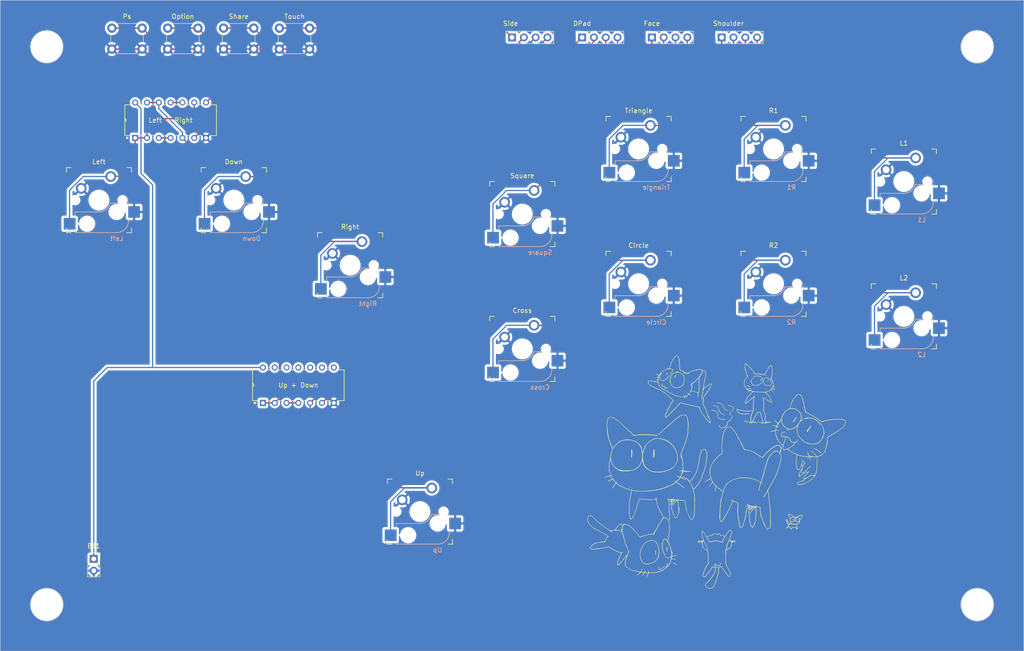
<source format=kicad_pcb>
(kicad_pcb (version 20221018) (generator pcbnew)
  (layers (0 "F.Cu" signal) (31 "B.Cu" signal) (34 "B.Paste" user) (35 "F.Paste" user) (36 "B.SilkS" user "B.Silkscreen") (37 "F.SilkS" user "F.Silkscreen") (38 "B.Mask" user) (39 "F.Mask" user) (44 "Edge.Cuts" user))
  (net 0 "")
  (net 1 "GND")
  (net 2 "/5V")
  (net 3 "/Up")
  (net 4 "/Down")
  (net 5 "/Left")
  (net 6 "/Right")
  (net 7 "Net-(UpPrio1-1A)")
  (net 8 "Net-(Neutral1-1A)")
  (net 9 "Net-(Neutral1-2B)")
  (net 10 "Net-(Neutral1-1Y)")
  (net 11 "Net-(Neutral1-3B)")
  (net 12 "Net-(UpPrio1-1Y)")
  (net 19 "/O")
  (net 20 "/X")
  (net 21 "/△")
  (net 22 "/□")
  (net 23 "/L1")
  (net 24 "/L2")
  (net 25 "/Option")
  (net 26 "/R1")
  (net 27 "/R2")
  (net 28 "/Share")
  (net 29 "/Touch")
  (net 30 "/PS")
  (footprint "Connector_PinSocket_2.54mm:PinSocket_1x02_P2.54mm_Vertical" (layer "F.Cu") (at 40.1 140.16)
    (fp_text reference "BT1" (at 0 -2.77) (layer "F.SilkS"))
    (fp_text value "Battery")
    (pad "1" thru_hole rect (at 0 0) (size 1.7 1.7) (drill 1) (layers "*.Cu" "*.Mask") (net 2 "/5V"))
    (pad "2" thru_hole oval (at 0 2.54) (size 1.7 1.7) (drill 1) (layers "*.Cu" "*.Mask") (net 1 "GND"))
  )
  (footprint "IC:N14" (layer "F.Cu") (at 64.24 42 90)
    (fp_text reference "Left + Right" (at -3.81 -7.62 unlocked) (layer "F.SilkS"))
    (fp_text value "SN7400N")
    (fp_text user "*" (at -7.62 -16.6497 90 unlocked) (layer "F.SilkS"))
    (fp_text user "*" (at -7.62 -16.6497 90) (layer "F.SilkS"))
    (pad "1" thru_hole rect (at -7.62 -15.24 90) (size 1.2954 1.2954) (drill 0.7874) (layers "*.Cu" "*.Mask") (net 8 "Net-(Neutral1-1A)"))
    (pad "2" thru_hole circle (at -7.62 -12.7 90) (size 1.2954 1.2954) (drill 0.7874) (layers "*.Cu" "*.Mask") (net 8 "Net-(Neutral1-1A)"))
    (pad "3" thru_hole circle (at -7.62 -10.16 90) (size 1.2954 1.2954) (drill 0.7874) (layers "*.Cu" "*.Mask") (net 10 "Net-(Neutral1-1Y)"))
    (pad "4" thru_hole circle (at -7.62 -7.62 90) (size 1.2954 1.2954) (drill 0.7874) (layers "*.Cu" "*.Mask") (net 10 "Net-(Neutral1-1Y)"))
    (pad "5" thru_hole circle (at -7.62 -5.08 90) (size 1.2954 1.2954) (drill 0.7874) (layers "*.Cu" "*.Mask") (net 9 "Net-(Neutral1-2B)"))
    (pad "6" thru_hole circle (at -7.62 -2.54 90) (size 1.2954 1.2954) (drill 0.7874) (layers "*.Cu" "*.Mask") (net 5 "/Left"))
    (pad "7" thru_hole circle (at -7.62 0 90) (size 1.2954 1.2954) (drill 0.7874) (layers "*.Cu" "*.Mask") (net 1 "GND"))
    (pad "8" thru_hole circle (at 0 0 90) (size 1.2954 1.2954) (drill 0.7874) (layers "*.Cu" "*.Mask") (net 6 "/Right"))
    (pad "9" thru_hole circle (at 0 -2.54 90) (size 1.2954 1.2954) (drill 0.7874) (layers "*.Cu" "*.Mask") (net 8 "Net-(Neutral1-1A)"))
    (pad "10" thru_hole circle (at 0 -5.08 90) (size 1.2954 1.2954) (drill 0.7874) (layers "*.Cu" "*.Mask") (net 11 "Net-(Neutral1-3B)"))
    (pad "11" thru_hole circle (at 0 -7.62 90) (size 1.2954 1.2954) (drill 0.7874) (layers "*.Cu" "*.Mask") (net 11 "Net-(Neutral1-3B)"))
    (pad "12" thru_hole circle (at 0 -10.16 90) (size 1.2954 1.2954) (drill 0.7874) (layers "*.Cu" "*.Mask") (net 9 "Net-(Neutral1-2B)"))
    (pad "13" thru_hole circle (at 0 -12.7 90) (size 1.2954 1.2954) (drill 0.7874) (layers "*.Cu" "*.Mask") (net 9 "Net-(Neutral1-2B)"))
    (pad "14" thru_hole circle (at 0 -15.24 90) (size 1.2954 1.2954) (drill 0.7874) (layers "*.Cu" "*.Mask") (net 2 "/5V"))
  )
  (footprint "Connector_PinSocket_2.54mm:PinSocket_1x04_P2.54mm_Vertical" (layer "F.Cu") (at 175.06 28 90)
    (fp_text reference "Shoulder" (at 3 1.44) (layer "F.SilkS"))
    (fp_text value "Conn_01x04_Pin")
    (pad "1" thru_hole rect (at 0 0 90) (size 1.7 1.7) (drill 1) (layers "*.Cu" "*.Mask") (net 27 "/R2"))
    (pad "2" thru_hole oval (at 0 2.54 90) (size 1.7 1.7) (drill 1) (layers "*.Cu" "*.Mask") (net 26 "/R1"))
    (pad "3" thru_hole oval (at 0 5.08 90) (size 1.7 1.7) (drill 1) (layers "*.Cu" "*.Mask") (net 24 "/L2"))
    (pad "4" thru_hole oval (at 0 7.62 90) (size 1.7 1.7) (drill 1) (layers "*.Cu" "*.Mask") (net 23 "/L1"))
  )
  (footprint "Library footprints:Kailh_socket_MX_optional" (layer "F.Cu") (at 95.21 77)
    (fp_text reference "Right" (at 0 -8.255) (layer "F.SilkS"))
    (fp_text value "SW_DIP_x01")
    (fp_text user "${REFERENCE}" (at 3.81 8.255) (layer "B.SilkS") (effects (justify mirror)))
    (pad "" np_thru_hole circle (at -5.08 0) (size 1.7018 1.7018) (drill 1.7018) (layers "*.Cu" "*.Mask"))
    (pad "" np_thru_hole circle (at -2.54 5.08) (size 3 3) (drill 3) (layers "*.Cu" "*.Mask"))
    (pad "" np_thru_hole circle (at 0 0) (size 3.9878 3.9878) (drill 3.9878) (layers "*.Cu" "*.Mask"))
    (pad "" np_thru_hole circle (at 3.81 2.54) (size 3 3) (drill 3) (layers "*.Cu" "*.Mask"))
    (pad "" np_thru_hole circle (at 5.08 0) (size 1.7018 1.7018) (drill 1.7018) (layers "*.Cu" "*.Mask"))
    (pad "1" smd rect (at -6.29 5.08) (size 2.55 2.5) (layers "B.Cu" "B.Paste" "B.Mask") (net 9 "Net-(Neutral1-2B)"))
    (pad "1" thru_hole circle (at 2.54 -5.08) (size 2.286 2.286) (drill 1.4986) (layers "*.Cu" "*.Mask") (net 9 "Net-(Neutral1-2B)"))
    (pad "2" thru_hole circle (at -3.81 -2.54) (size 2.286 2.286) (drill 1.4986) (layers "*.Cu" "*.Mask") (net 1 "GND"))
    (pad "2" smd rect (at 7.56 2.54) (size 2.55 2.5) (layers "B.Cu" "B.Paste" "B.Mask") (net 1 "GND"))
  )
  (footprint "Library footprints:Kailh_socket_MX_optional" (layer "F.Cu") (at 214.21 59)
    (fp_text reference "L1" (at 0 -8.255) (layer "F.SilkS"))
    (fp_text value "SW_DIP_x01")
    (fp_text user "${REFERENCE}" (at 3.81 8.255) (layer "B.SilkS") (effects (justify mirror)))
    (pad "" np_thru_hole circle (at -5.08 0) (size 1.7018 1.7018) (drill 1.7018) (layers "*.Cu" "*.Mask"))
    (pad "" np_thru_hole circle (at -2.54 5.08) (size 3 3) (drill 3) (layers "*.Cu" "*.Mask"))
    (pad "" np_thru_hole circle (at 0 0) (size 3.9878 3.9878) (drill 3.9878) (layers "*.Cu" "*.Mask"))
    (pad "" np_thru_hole circle (at 3.81 2.54) (size 3 3) (drill 3) (layers "*.Cu" "*.Mask"))
    (pad "" np_thru_hole circle (at 5.08 0) (size 1.7018 1.7018) (drill 1.7018) (layers "*.Cu" "*.Mask"))
    (pad "1" smd rect (at -6.29 5.08) (size 2.55 2.5) (layers "B.Cu" "B.Paste" "B.Mask") (net 23 "/L1"))
    (pad "1" thru_hole circle (at 2.54 -5.08) (size 2.286 2.286) (drill 1.4986) (layers "*.Cu" "*.Mask") (net 23 "/L1"))
    (pad "2" thru_hole circle (at -3.81 -2.54) (size 2.286 2.286) (drill 1.4986) (layers "*.Cu" "*.Mask") (net 1 "GND"))
    (pad "2" smd rect (at 7.56 2.54) (size 2.55 2.5) (layers "B.Cu" "B.Paste" "B.Mask") (net 1 "GND"))
  )
  (footprint "Connector_PinSocket_2.54mm:PinSocket_1x04_P2.54mm_Vertical" (layer "F.Cu") (at 145.06 28 90)
    (fp_text reference "DPad1" hide)
    (fp_text value "Conn_01x04_Pin")
    (pad "1" thru_hole rect (at 0 0 90) (size 1.7 1.7) (drill 1) (layers "*.Cu" "*.Mask") (net 6 "/Right"))
    (pad "2" thru_hole oval (at 0 2.54 90) (size 1.7 1.7) (drill 1) (layers "*.Cu" "*.Mask") (net 5 "/Left"))
    (pad "3" thru_hole oval (at 0 5.08 90) (size 1.7 1.7) (drill 1) (layers "*.Cu" "*.Mask") (net 3 "/Up"))
    (pad "4" thru_hole oval (at 0 7.62 90) (size 1.7 1.7) (drill 1) (layers "*.Cu" "*.Mask") (net 4 "/Down"))
  )
  (footprint "Library footprints:Kailh_socket_MX_optional" (layer "F.Cu") (at 132.21 95)
    (fp_text reference "Cross" (at 0 -8.255) (layer "F.SilkS"))
    (fp_text value "SW_DIP_x01")
    (fp_text user "${REFERENCE}" (at 3.81 8.255) (layer "B.SilkS") (effects (justify mirror)))
    (pad "" np_thru_hole circle (at -5.08 0) (size 1.7018 1.7018) (drill 1.7018) (layers "*.Cu" "*.Mask"))
    (pad "" np_thru_hole circle (at -2.54 5.08) (size 3 3) (drill 3) (layers "*.Cu" "*.Mask"))
    (pad "" np_thru_hole circle (at 0 0) (size 3.9878 3.9878) (drill 3.9878) (layers "*.Cu" "*.Mask"))
    (pad "" np_thru_hole circle (at 3.81 2.54) (size 3 3) (drill 3) (layers "*.Cu" "*.Mask"))
    (pad "" np_thru_hole circle (at 5.08 0) (size 1.7018 1.7018) (drill 1.7018) (layers "*.Cu" "*.Mask"))
    (pad "1" smd rect (at -6.29 5.08) (size 2.55 2.5) (layers "B.Cu" "B.Paste" "B.Mask") (net 20 "/X"))
    (pad "1" thru_hole circle (at 2.54 -5.08) (size 2.286 2.286) (drill 1.4986) (layers "*.Cu" "*.Mask") (net 20 "/X"))
    (pad "2" thru_hole circle (at -3.81 -2.54) (size 2.286 2.286) (drill 1.4986) (layers "*.Cu" "*.Mask") (net 1 "GND"))
    (pad "2" smd rect (at 7.56 2.54) (size 2.55 2.5) (layers "B.Cu" "B.Paste" "B.Mask") (net 1 "GND"))
  )
  (footprint "IC:N14" (layer "F.Cu") (at 91.7 99 90)
    (fp_text reference "Up + Down" (at -3.81 -7.62 unlocked) (layer "F.SilkS"))
    (fp_text value "SN7400N")
    (fp_text user "*" (at -7.62 -16.6497 90) (layer "F.SilkS"))
    (fp_text user "*" (at -7.62 -16.6497 90 unlocked) (layer "F.SilkS"))
    (pad "1" thru_hole rect (at -7.62 -15.24 90) (size 1.2954 1.2954) (drill 0.7874) (layers "*.Cu" "*.Mask") (net 7 "Net-(UpPrio1-1A)"))
    (pad "2" thru_hole circle (at -7.62 -12.7 90) (size 1.2954 1.2954) (drill 0.7874) (layers "*.Cu" "*.Mask") (net 7 "Net-(UpPrio1-1A)"))
    (pad "3" thru_hole circle (at -7.62 -10.16 90) (size 1.2954 1.2954) (drill 0.7874) (layers "*.Cu" "*.Mask") (net 12 "Net-(UpPrio1-1Y)"))
    (pad "4" thru_hole circle (at -7.62 -7.62 90) (size 1.2954 1.2954) (drill 0.7874) (layers "*.Cu" "*.Mask") (net 12 "Net-(UpPrio1-1Y)"))
    (pad "5" thru_hole circle (at -7.62 -5.08 90) (size 1.2954 1.2954) (drill 0.7874) (layers "*.Cu" "*.Mask") (net 3 "/Up"))
    (pad "6" thru_hole circle (at -7.62 -2.54 90) (size 1.2954 1.2954) (drill 0.7874) (layers "*.Cu" "*.Mask") (net 4 "/Down"))
    (pad "7" thru_hole circle (at -7.62 0 90) (size 1.2954 1.2954) (drill 0.7874) (layers "*.Cu" "*.Mask") (net 1 "GND"))
    (pad "8" thru_hole circle (at 0 0 90) (size 1.2954 1.2954) (drill 0.7874) (layers "*.Cu" "*.Mask"))
    (pad "9" thru_hole circle (at 0 -2.54 90) (size 1.2954 1.2954) (drill 0.7874) (layers "*.Cu" "*.Mask"))
    (pad "10" thru_hole circle (at 0 -5.08 90) (size 1.2954 1.2954) (drill 0.7874) (layers "*.Cu" "*.Mask"))
    (pad "11" thru_hole circle (at 0 -7.62 90) (size 1.2954 1.2954) (drill 0.7874) (layers "*.Cu" "*.Mask"))
    (pad "12" thru_hole circle (at 0 -10.16 90) (size 1.2954 1.2954) (drill 0.7874) (layers "*.Cu" "*.Mask"))
    (pad "13" thru_hole circle (at 0 -12.7 90) (size 1.2954 1.2954) (drill 0.7874) (layers "*.Cu" "*.Mask"))
    (pad "14" thru_hole circle (at 0 -15.24 90) (size 1.2954 1.2954) (drill 0.7874) (layers "*.Cu" "*.Mask") (net 2 "/5V"))
  )
  (footprint "Button_Switch_THT:SW_PUSH_6mm" (layer "F.Cu") (at 68 26)
    (fp_text reference "Share" (at 3.25 -2.5) (layer "F.SilkS"))
    (fp_text value "SW_DIP_x01")
    (pad "1" thru_hole circle (at 0 0 90) (size 2 2) (drill 1.1) (layers "*.Cu" "*.Mask") (net 28 "/Share"))
    (pad "1" thru_hole circle (at 6.5 0 90) (size 2 2) (drill 1.1) (layers "*.Cu" "*.Mask") (net 28 "/Share"))
    (pad "2" thru_hole circle (at 0 4.5 90) (size 2 2) (drill 1.1) (layers "*.Cu" "*.Mask") (net 1 "GND"))
    (pad "2" thru_hole circle (at 6.5 4.5 90) (size 2 2) (drill 1.1) (layers "*.Cu" "*.Mask") (net 1 "GND"))
  )
  (footprint "Library footprints:Kailh_socket_MX_optional" (layer "F.Cu") (at 214.21 88)
    (fp_text reference "L2" (at 0 -8.255) (layer "F.SilkS"))
    (fp_text value "SW_DIP_x01")
    (fp_text user "${REFERENCE}" (at 3.81 8.255) (layer "B.SilkS") (effects (justify mirror)))
    (pad "" np_thru_hole circle (at -5.08 0) (size 1.7018 1.7018) (drill 1.7018) (layers "*.Cu" "*.Mask"))
    (pad "" np_thru_hole circle (at -2.54 5.08) (size 3 3) (drill 3) (layers "*.Cu" "*.Mask"))
    (pad "" np_thru_hole circle (at 0 0) (size 3.9878 3.9878) (drill 3.9878) (layers "*.Cu" "*.Mask"))
    (pad "" np_thru_hole circle (at 3.81 2.54) (size 3 3) (drill 3) (layers "*.Cu" "*.Mask"))
    (pad "" np_thru_hole circle (at 5.08 0) (size 1.7018 1.7018) (drill 1.7018) (layers "*.Cu" "*.Mask"))
    (pad "1" smd rect (at -6.29 5.08) (size 2.55 2.5) (layers "B.Cu" "B.Paste" "B.Mask") (net 24 "/L2"))
    (pad "1" thru_hole circle (at 2.54 -5.08) (size 2.286 2.286) (drill 1.4986) (layers "*.Cu" "*.Mask") (net 24 "/L2"))
    (pad "2" thru_hole circle (at -3.81 -2.54) (size 2.286 2.286) (drill 1.4986) (layers "*.Cu" "*.Mask") (net 1 "GND"))
    (pad "2" smd rect (at 7.56 2.54) (size 2.55 2.5) (layers "B.Cu" "B.Paste" "B.Mask") (net 1 "GND"))
  )
  (footprint "Library footprints:Kailh_socket_MX_optional" (layer "F.Cu") (at 41.21 63)
    (fp_text reference "Left" (at 0 -8.255) (layer "F.SilkS"))
    (fp_text value "SW_DIP_x01")
    (fp_text user "${REFERENCE}" (at 3.81 8.255) (layer "B.SilkS") (effects (justify mirror)))
    (pad "" np_thru_hole circle (at -5.08 0) (size 1.7018 1.7018) (drill 1.7018) (layers "*.Cu" "*.Mask"))
    (pad "" np_thru_hole circle (at -2.54 5.08) (size 3 3) (drill 3) (layers "*.Cu" "*.Mask"))
    (pad "" np_thru_hole circle (at 0 0) (size 3.9878 3.9878) (drill 3.9878) (layers "*.Cu" "*.Mask"))
    (pad "" np_thru_hole circle (at 3.81 2.54) (size 3 3) (drill 3) (layers "*.Cu" "*.Mask"))
    (pad "" np_thru_hole circle (at 5.08 0) (size 1.7018 1.7018) (drill 1.7018) (layers "*.Cu" "*.Mask"))
    (pad "1" smd rect (at -6.29 5.08) (size 2.55 2.5) (layers "B.Cu" "B.Paste" "B.Mask") (net 8 "Net-(Neutral1-1A)"))
    (pad "1" thru_hole circle (at 2.54 -5.08) (size 2.286 2.286) (drill 1.4986) (layers "*.Cu" "*.Mask") (net 8 "Net-(Neutral1-1A)"))
    (pad "2" thru_hole circle (at -3.81 -2.54) (size 2.286 2.286) (drill 1.4986) (layers "*.Cu" "*.Mask") (net 1 "GND"))
    (pad "2" smd rect (at 7.56 2.54) (size 2.55 2.5) (layers "B.Cu" "B.Paste" "B.Mask") (net 1 "GND"))
  )
  (footprint "Library footprints:Kailh_socket_MX_optional" (layer "F.Cu") (at 186.21 81)
    (fp_text reference "R2" (at 0 -8.255) (layer "F.SilkS"))
    (fp_text value "SW_DIP_x01")
    (fp_text user "${REFERENCE}" (at 3.81 8.255) (layer "B.SilkS") (effects (justify mirror)))
    (pad "" np_thru_hole circle (at -5.08 0) (size 1.7018 1.7018) (drill 1.7018) (layers "*.Cu" "*.Mask"))
    (pad "" np_thru_hole circle (at -2.54 5.08) (size 3 3) (drill 3) (layers "*.Cu" "*.Mask"))
    (pad "" np_thru_hole circle (at 0 0) (size 3.9878 3.9878) (drill 3.9878) (layers "*.Cu" "*.Mask"))
    (pad "" np_thru_hole circle (at 3.81 2.54) (size 3 3) (drill 3) (layers "*.Cu" "*.Mask"))
    (pad "" np_thru_hole circle (at 5.08 0) (size 1.7018 1.7018) (drill 1.7018) (layers "*.Cu" "*.Mask"))
    (pad "1" smd rect (at -6.29 5.08) (size 2.55 2.5) (layers "B.Cu" "B.Paste" "B.Mask") (net 27 "/R2"))
    (pad "1" thru_hole circle (at 2.54 -5.08) (size 2.286 2.286) (drill 1.4986) (layers "*.Cu" "*.Mask") (net 27 "/R2"))
    (pad "2" thru_hole circle (at -3.81 -2.54) (size 2.286 2.286) (drill 1.4986) (layers "*.Cu" "*.Mask") (net 1 "GND"))
    (pad "2" smd rect (at 7.56 2.54) (size 2.55 2.5) (layers "B.Cu" "B.Paste" "B.Mask") (net 1 "GND"))
  )
  (footprint "Button_Switch_THT:SW_PUSH_6mm" (layer "F.Cu") (at 80 26)
    (fp_text reference "Touch" (at 3.25 -2.5) (layer "F.SilkS"))
    (fp_text value "SW_DIP_x01")
    (pad "1" thru_hole circle (at 0 0 90) (size 2 2) (drill 1.1) (layers "*.Cu" "*.Mask") (net 29 "/Touch"))
    (pad "1" thru_hole circle (at 6.5 0 90) (size 2 2) (drill 1.1) (layers "*.Cu" "*.Mask") (net 29 "/Touch"))
    (pad "2" thru_hole circle (at 0 4.5 90) (size 2 2) (drill 1.1) (layers "*.Cu" "*.Mask") (net 1 "GND"))
    (pad "2" thru_hole circle (at 6.5 4.5 90) (size 2 2) (drill 1.1) (layers "*.Cu" "*.Mask") (net 1 "GND"))
  )
  (footprint "Library footprints:Kailh_socket_MX_optional" (layer "F.Cu") (at 110.21 130)
    (fp_text reference "Up" (at 0 -8.255) (layer "F.SilkS"))
    (fp_text value "SW_DIP_x01")
    (fp_text user "${REFERENCE}" (at 3.81 8.255) (layer "B.SilkS") (effects (justify mirror)))
    (pad "" np_thru_hole circle (at -5.08 0) (size 1.7018 1.7018) (drill 1.7018) (layers "*.Cu" "*.Mask"))
    (pad "" np_thru_hole circle (at -2.54 5.08) (size 3 3) (drill 3) (layers "*.Cu" "*.Mask"))
    (pad "" np_thru_hole circle (at 0 0) (size 3.9878 3.9878) (drill 3.9878) (layers "*.Cu" "*.Mask"))
    (pad "" np_thru_hole circle (at 3.81 2.54) (size 3 3) (drill 3) (layers "*.Cu" "*.Mask"))
    (pad "" np_thru_hole circle (at 5.08 0) (size 1.7018 1.7018) (drill 1.7018) (layers "*.Cu" "*.Mask"))
    (pad "1" smd rect (at -6.29 5.08) (size 2.55 2.5) (layers "B.Cu" "B.Paste" "B.Mask") (net 3 "/Up"))
    (pad "1" thru_hole circle (at 2.54 -5.08) (size 2.286 2.286) (drill 1.4986) (layers "*.Cu" "*.Mask") (net 3 "/Up"))
    (pad "2" thru_hole circle (at -3.81 -2.54) (size 2.286 2.286) (drill 1.4986) (layers "*.Cu" "*.Mask") (net 1 "GND"))
    (pad "2" smd rect (at 7.56 2.54) (size 2.55 2.5) (layers "B.Cu" "B.Paste" "B.Mask") (net 1 "GND"))
  )
  (footprint "Library footprints:Kailh_socket_MX_optional" (layer "F.Cu") (at 186.21 52)
    (fp_text reference "R1" (at 0 -8.255) (layer "F.SilkS"))
    (fp_text value "SW_DIP_x01")
    (fp_text user "${REFERENCE}" (at 3.81 8.255) (layer "B.SilkS") (effects (justify mirror)))
    (pad "" np_thru_hole circle (at -5.08 0) (size 1.7018 1.7018) (drill 1.7018) (layers "*.Cu" "*.Mask"))
    (pad "" np_thru_hole circle (at -2.54 5.08) (size 3 3) (drill 3) (layers "*.Cu" "*.Mask"))
    (pad "" np_thru_hole circle (at 0 0) (size 3.9878 3.9878) (drill 3.9878) (layers "*.Cu" "*.Mask"))
    (pad "" np_thru_hole circle (at 3.81 2.54) (size 3 3) (drill 3) (layers "*.Cu" "*.Mask"))
    (pad "" np_thru_hole circle (at 5.08 0) (size 1.7018 1.7018) (drill 1.7018) (layers "*.Cu" "*.Mask"))
    (pad "1" smd rect (at -6.29 5.08) (size 2.55 2.5) (layers "B.Cu" "B.Paste" "B.Mask") (net 26 "/R1"))
    (pad "1" thru_hole circle (at 2.54 -5.08) (size 2.286 2.286) (drill 1.4986) (layers "*.Cu" "*.Mask") (net 26 "/R1"))
    (pad "2" thru_hole circle (at -3.81 -2.54) (size 2.286 2.286) (drill 1.4986) (layers "*.Cu" "*.Mask") (net 1 "GND"))
    (pad "2" smd rect (at 7.56 2.54) (size 2.55 2.5) (layers "B.Cu" "B.Paste" "B.Mask") (net 1 "GND"))
  )
  (footprint "Button_Switch_THT:SW_PUSH_6mm" (layer "F.Cu") (at 56 26)
    (fp_text reference "Option" (at 3.25 -2.5) (layer "F.SilkS"))
    (fp_text value "SW_DIP_x01")
    (pad "1" thru_hole circle (at 0 0 90) (size 2 2) (drill 1.1) (layers "*.Cu" "*.Mask") (net 25 "/Option"))
    (pad "1" thru_hole circle (at 6.5 0 90) (size 2 2) (drill 1.1) (layers "*.Cu" "*.Mask") (net 25 "/Option"))
    (pad "2" thru_hole circle (at 0 4.5 90) (size 2 2) (drill 1.1) (layers "*.Cu" "*.Mask") (net 1 "GND"))
    (pad "2" thru_hole circle (at 6.5 4.5 90) (size 2 2) (drill 1.1) (layers "*.Cu" "*.Mask") (net 1 "GND"))
  )
  (footprint "Library footprints:Kailh_socket_MX_optional" (layer "F.Cu") (at 132.21 66)
    (fp_text reference "Square" (at 0 -8.255) (layer "F.SilkS"))
    (fp_text value "SW_DIP_x01")
    (fp_text user "${REFERENCE}" (at 3.81 8.255) (layer "B.SilkS") (effects (justify mirror)))
    (pad "" np_thru_hole circle (at -5.08 0) (size 1.7018 1.7018) (drill 1.7018) (layers "*.Cu" "*.Mask"))
    (pad "" np_thru_hole circle (at -2.54 5.08) (size 3 3) (drill 3) (layers "*.Cu" "*.Mask"))
    (pad "" np_thru_hole circle (at 0 0) (size 3.9878 3.9878) (drill 3.9878) (layers "*.Cu" "*.Mask"))
    (pad "" np_thru_hole circle (at 3.81 2.54) (size 3 3) (drill 3) (layers "*.Cu" "*.Mask"))
    (pad "" np_thru_hole circle (at 5.08 0) (size 1.7018 1.7018) (drill 1.7018) (layers "*.Cu" "*.Mask"))
    (pad "1" smd rect (at -6.29 5.08) (size 2.55 2.5) (layers "B.Cu" "B.Paste" "B.Mask") (net 22 "/□"))
    (pad "1" thru_hole circle (at 2.54 -5.08) (size 2.286 2.286) (drill 1.4986) (layers "*.Cu" "*.Mask") (net 22 "/□"))
    (pad "2" thru_hole circle (at -3.81 -2.54) (size 2.286 2.286) (drill 1.4986) (layers "*.Cu" "*.Mask") (net 1 "GND"))
    (pad "2" smd rect (at 7.56 2.54) (size 2.55 2.5) (layers "B.Cu" "B.Paste" "B.Mask") (net 1 "GND"))
  )
  (footprint "LOGO" (layer "F.Cu") (at 173.619792 120.951284)
    (fp_text reference "G***" hide)
    (fp_text value "LOGO" hide)
  )
  (footprint "Connector_PinSocket_2.54mm:PinSocket_1x04_P2.54mm_Vertical" (layer "F.Cu") (at 160.06 28 90)
    (fp_text reference "Face" (at 3 0) (layer "F.SilkS"))
    (fp_text value "Conn_01x04_Pin")
    (pad "1" thru_hole rect (at 0 0 90) (size 1.7 1.7) (drill 1) (layers "*.Cu" "*.Mask") (net 22 "/□"))
    (pad "2" thru_hole oval (at 0 2.54 90) (size 1.7 1.7) (drill 1) (layers "*.Cu" "*.Mask") (net 20 "/X"))
    (pad "3" thru_hole oval (at 0 5.08 90) (size 1.7 1.7) (drill 1) (layers "*.Cu" "*.Mask") (net 19 "/O"))
    (pad "4" thru_hole oval (at 0 7.62 90) (size 1.7 1.7) (drill 1) (layers "*.Cu" "*.Mask") (net 21 "/△"))
  )
  (footprint "Library footprints:Kailh_socket_MX_optional" (layer "F.Cu") (at 157.21 81)
    (fp_text reference "Circle" (at 0 -8.255) (layer "F.SilkS"))
    (fp_text value "SW_DIP_x01")
    (fp_text user "${REFERENCE}" (at 3.81 8.255) (layer "B.SilkS") (effects (justify mirror)))
    (pad "" np_thru_hole circle (at -5.08 0) (size 1.7018 1.7018) (drill 1.7018) (layers "*.Cu" "*.Mask"))
    (pad "" np_thru_hole circle (at -2.54 5.08) (size 3 3) (drill 3) (layers "*.Cu" "*.Mask"))
    (pad "" np_thru_hole circle (at 0 0) (size 3.9878 3.9878) (drill 3.9878) (layers "*.Cu" "*.Mask"))
    (pad "" np_thru_hole circle (at 3.81 2.54) (size 3 3) (drill 3) (layers "*.Cu" "*.Mask"))
    (pad "" np_thru_hole circle (at 5.08 0) (size 1.7018 1.7018) (drill 1.7018) (layers "*.Cu" "*.Mask"))
    (pad "1" smd rect (at -6.29 5.08) (size 2.55 2.5) (layers "B.Cu" "B.Paste" "B.Mask") (net 19 "/O"))
    (pad "1" thru_hole circle (at 2.54 -5.08) (size 2.286 2.286) (drill 1.4986) (layers "*.Cu" "*.Mask") (net 19 "/O"))
    (pad "2" thru_hole circle (at -3.81 -2.54) (size 2.286 2.286) (drill 1.4986) (layers "*.Cu" "*.Mask") (net 1 "GND"))
    (pad "2" smd rect (at 7.56 2.54) (size 2.55 2.5) (layers "B.Cu" "B.Paste" "B.Mask") (net 1 "GND"))
  )
  (footprint "Library footprints:Kailh_socket_MX_optional" (layer "F.Cu") (at 70.21 63)
    (fp_text reference "Down" (at 0 -8.255) (layer "F.SilkS"))
    (fp_text value "SW_DIP_x01")
    (fp_text user "${REFERENCE}" (at 3.81 8.255) (layer "B.SilkS") (effects (justify mirror)))
    (pad "" np_thru_hole circle (at -5.08 0) (size 1.7018 1.7018) (drill 1.7018) (layers "*.Cu" "*.Mask"))
    (pad "" np_thru_hole circle (at -2.54 5.08) (size 3 3) (drill 3) (layers "*.Cu" "*.Mask"))
    (pad "" np_thru_hole circle (at 0 0) (size 3.9878 3.9878) (drill 3.9878) (layers "*.Cu" "*.Mask"))
    (pad "" np_thru_hole circle (at 3.81 2.54) (size 3 3) (drill 3) (layers "*.Cu" "*.Mask"))
    (pad "" np_thru_hole circle (at 5.08 0) (size 1.7018 1.7018) (drill 1.7018) (layers "*.Cu" "*.Mask"))
    (pad "1" smd rect (at -6.29 5.08) (size 2.55 2.5) (layers "B.Cu" "B.Paste" "B.Mask") (net 7 "Net-(UpPrio1-1A)"))
    (pad "1" thru_hole circle (at 2.54 -5.08) (size 2.286 2.286) (drill 1.4986) (layers "*.Cu" "*.Mask") (net 7 "Net-(UpPrio1-1A)"))
    (pad "2" thru_hole circle (at -3.81 -2.54) (size 2.286 2.286) (drill 1.4986) (layers "*.Cu" "*.Mask") (net 1 "GND"))
    (pad "2" smd rect (at 7.56 2.54) (size 2.55 2.5) (layers "B.Cu" "B.Paste" "B.Mask") (net 1 "GND"))
  )
  (footprint "Library footprints:Kailh_socket_MX_optional" (layer "F.Cu") (at 157.21 52)
    (fp_text reference "Triangle" (at 0 -8.255) (layer "F.SilkS"))
    (fp_text value "SW_DIP_x01")
    (fp_text user "${REFERENCE}" (at 3.81 8.255) (layer "B.SilkS") (effects (justify mirror)))
    (pad "" np_thru_hole circle (at -5.08 0) (size 1.7018 1.7018) (drill 1.7018) (layers "*.Cu" "*.Mask"))
    (pad "" np_thru_hole circle (at -2.54 5.08) (size 3 3) (drill 3) (layers "*.Cu" "*.Mask"))
    (pad "" np_thru_hole circle (at 0 0) (size 3.9878 3.9878) (drill 3.9878) (layers "*.Cu" "*.Mask"))
    (pad "" np_thru_hole circle (at 3.81 2.54) (size 3 3) (drill 3) (layers "*.Cu" "*.Mask"))
    (pad "" np_thru_hole circle (at 5.08 0) (size 1.7018 1.7018) (drill 1.7018) (layers "*.Cu" "*.Mask"))
    (pad "1" smd rect (at -6.29 5.08) (size 2.55 2.5) (layers "B.Cu" "B.Paste" "B.Mask") (net 21 "/△"))
    (pad "1" thru_hole circle (at 2.54 -5.08) (size 2.286 2.286) (drill 1.4986) (layers "*.Cu" "*.Mask") (net 21 "/△"))
    (pad "2" thru_hole circle (at -3.81 -2.54) (size 2.286 2.286) (drill 1.4986) (layers "*.Cu" "*.Mask") (net 1 "GND"))
    (pad "2" smd rect (at 7.56 2.54) (size 2.55 2.5) (layers "B.Cu" "B.Paste" "B.Mask") (net 1 "GND"))
  )
  (footprint "Button_Switch_THT:SW_PUSH_6mm" (layer "F.Cu") (at 44 26)
    (fp_text reference "Ps" (at 3.25 -2.5) (layer "F.SilkS"))
    (fp_text value "SW_DIP_x01")
    (pad "1" thru_hole circle (at 0 0 90) (size 2 2) (drill 1.1) (layers "*.Cu" "*.Mask") (net 30 "/PS"))
    (pad "1" thru_hole circle (at 6.5 0 90) (size 2 2) (drill 1.1) (layers "*.Cu" "*.Mask") (net 30 "/PS"))
    (pad "2" thru_hole circle (at 0 4.5 90) (size 2 2) (drill 1.1) (layers "*.Cu" "*.Mask") (net 1 "GND"))
    (pad "2" thru_hole circle (at 6.5 4.5 90) (size 2 2) (drill 1.1) (layers "*.Cu" "*.Mask") (net 1 "GND"))
  )
  (footprint "Connector_PinSocket_2.54mm:PinSocket_1x04_P2.54mm_Vertical" (layer "F.Cu") (at 130 28 90)
    (fp_text reference "Side" (at 3 -2) (layer "F.SilkS") (effects (justify left)))
    (fp_text value "Conn_01x04_Pin")
    (pad "1" thru_hole rect (at 0 0 90) (size 1.7 1.7) (drill 1) (layers "*.Cu" "*.Mask") (net 29 "/Touch"))
    (pad "2" thru_hole oval (at 0 2.54 90) (size 1.7 1.7) (drill 1) (layers "*.Cu" "*.Mask") (net 28 "/Share"))
    (pad "3" thru_hole oval (at 0 5.08 90) (size 1.7 1.7) (drill 1) (layers "*.Cu" "*.Mask") (net 25 "/Option"))
    (pad "4" thru_hole oval (at 0 7.62 90) (size 1.7 1.7) (drill 1) (layers "*.Cu" "*.Mask") (net 30 "/PS"))
  )
  (gr_circle (center 230 30) (end 233.5 30) (stroke (width 0.15)) (fill none) (layer "Edge.Cuts"))
  (gr_rect (start 20 20) (end 240 160) (stroke (width 0.1)) (fill none) (layer "Edge.Cuts"))
  (gr_circle (center 30 150) (end 26.5 150) (stroke (width 0.15)) (fill none) (layer "Edge.Cuts"))
  (gr_circle (center 230 150) (end 233.5 150) (stroke (width 0.15)) (fill none) (layer "Edge.Cuts"))
  (gr_circle (center 30 30) (end 33.5 30) (stroke (width 0.1)) (fill none) (layer "Edge.Cuts"))
  (gr_text "DPad\n" (at 143.06 25) (layer "F.SilkS") (effects (font (size 1 1)) (justify left)))
  (segment (start 80 30.5) (end 86.5 30.5) (width 0.25) (layer "F.Cu") (net 1))
  (segment (start 44 30.5) (end 50.5 30.5) (width 0.25) (layer "F.Cu") (net 1))
  (segment (start 56 30.5) (end 62.5 30.5) (width 0.25) (layer "F.Cu") (net 1))
  (segment (start 68 30.5) (end 74.5 30.5) (width 0.25) (layer "F.Cu") (net 1))
  (segment (start 52.75 99) (end 53.5 99) (width 0.25) (layer "B.Cu") (net 2))
  (segment (start 43 99) (end 40.1 101.9) (width 0.25) (layer "B.Cu") (net 2))
  (segment (start 50.25 43.25) (end 50.25 57.25) (width 0.25) (layer "B.Cu") (net 2))
  (segment (start 52 99) (end 43 99) (width 0.25) (layer "B.Cu") (net 2))
  (segment (start 40.1 101.9) (end 40.1 140.16) (width 0.25) (layer "B.Cu") (net 2))
  (segment (start 53.5 99) (end 76.46 99) (width 0.25) (layer "B.Cu") (net 2))
  (segment (start 50.25 57.25) (end 52.75 59.75) (width 0.25) (layer "B.Cu") (net 2))
  (segment (start 52.75 59.75) (end 52.75 99) (width 0.25) (layer "B.Cu") (net 2))
  (segment (start 52 99) (end 52.75 99) (width 0.25) (layer "B.Cu") (net 2))
  (segment (start 49 42) (end 50.25 43.25) (width 0.25) (layer "B.Cu") (net 2))
  (segment (start 124.25 53) (end 134 53) (width 0.25) (layer "F.Cu") (net 3))
  (segment (start 136 44) (end 150.14 29.86) (width 0.25) (layer "F.Cu") (net 3))
  (segment (start 150.14 29.86) (end 150.14 28) (width 0.25) (layer "F.Cu") (net 3))
  (segment (start 117 102) (end 120 99) (width 0.25) (layer "F.Cu") (net 3))
  (segment (start 136 51) (end 136 44) (width 0.25) (layer "F.Cu") (net 3))
  (segment (start 120 57.25) (end 124.25 53) (width 0.25) (layer "F.Cu") (net 3))
  (segment (start 86.62 106.62) (end 86.62 122.62) (width 0.25) (layer "F.Cu") (net 3))
  (segment (start 86.62 122.62) (end 88.852313 124.852313) (width 0.25) (layer "F.Cu") (net 3))
  (segment (start 120 99) (end 120 57.25) (width 0.25) (layer "F.Cu") (net 3))
  (segment (start 88.852313 124.852313) (end 112.830918 124.852313) (width 0.25) (layer "F.Cu") (net 3))
  (segment (start 86.62 106.62) (end 91.24 102) (width 0.25) (layer "F.Cu") (net 3))
  (segment (start 134 53) (end 136 51) (width 0.25) (layer "F.Cu") (net 3))
  (segment (start 91.24 102) (end 117 102) (width 0.25) (layer "F.Cu") (net 3))
  (segment (start 103.9041 127.879834) (end 106.863934 124.92) (width 0.25) (layer "B.Cu") (net 3))
  (segment (start 103.9041 135.0641) (end 103.9041 127.879834) (width 0.25) (layer "B.Cu") (net 3))
  (segment (start 106.863934 124.92) (end 112.75 124.92) (width 0.25) (layer "B.Cu") (net 3))
  (segment (start 103.92 135.08) (end 103.9041 135.0641) (width 0.25) (layer "B.Cu") (net 3))
  (segment (start 123 100) (end 118 105) (width 0.25) (layer "F.Cu") (net 4))
  (segment (start 152.68 28) (end 152.68 30.82) (width 0.25) (layer "F.Cu") (net 4))
  (segment (start 90.78 105) (end 89.16 106.62) (width 0.25) (layer "F.Cu") (net 4))
  (segment (start 139 53) (end 136 56) (width 0.25) (layer "F.Cu") (net 4))
  (segment (start 136 56) (end 125 56) (width 0.25) (layer "F.Cu") (net 4))
  (segment (start 152.68 30.82) (end 139 44.5) (width 0.25) (layer "F.Cu") (net 4))
  (segment (start 118 105) (end 90.78 105) (width 0.25) (layer "F.Cu") (net 4))
  (segment (start 125 56) (end 123 58) (width 0.25) (layer "F.Cu") (net 4))
  (segment (start 123 58) (end 123 100) (width 0.25) (layer "F.Cu") (net 4))
  (segment (start 139 44.5) (end 139 53) (width 0.25) (layer "F.Cu") (net 4))
  (segment (start 147.6 28.9) (end 135.5 41) (width 0.25) (layer "F.Cu") (net 5))
  (segment (start 147.6 28) (end 147.6 28.9) (width 0.25) (layer "F.Cu") (net 5))
  (segment (start 135.5 41) (end 70.32 41) (width 0.25) (layer "F.Cu") (net 5))
  (segment (start 70.32 41) (end 61.7 49.62) (width 0.25) (layer "F.Cu") (net 5))
  (segment (start 134.06 39) (end 145.06 28) (width 0.25) (layer "F.Cu") (net 6))
  (segment (start 64.24 42) (end 67.24 39) (width 0.25) (layer "F.Cu") (net 6))
  (segment (start 67.24 39) (end 134.06 39) (width 0.25) (layer "F.Cu") (net 6))
  (segment (start 76.46 106.62) (end 79 106.62) (width 0.25) (layer "F.Cu") (net 7))
  (segment (start 79 106.62) (end 79.9727 105.6473) (width 0.25) (layer "F.Cu") (net 7))
  (segment (start 79.9727 105.6473) (end 79.9727 59.7227) (width 0.25) (layer "F.Cu") (net 7))
  (segment (start 78.17 57.92) (end 72.75 57.92) (width 0.25) (layer "F.Cu") (net 7))
  (segment (start 79.9727 59.7227) (end 78.17 57.92) (width 0.25) (layer "F.Cu") (net 7))
  (segment (start 66.863934 57.92) (end 72.75 57.92) (width 0.25) (layer "B.Cu") (net 7))
  (segment (start 63.9041 68.0641) (end 63.9041 60.879834) (width 0.25) (layer "B.Cu") (net 7))
  (segment (start 63.92 68.08) (end 63.9041 68.0641) (width 0.25) (layer "B.Cu") (net 7))
  (segment (start 63.9041 60.879834) (end 66.863934 57.92) (width 0.25) (layer "B.Cu") (net 7))
  (segment (start 49 57) (end 49 49.62) (width 0.25) (layer "F.Cu") (net 8))
  (segment (start 61.7 42) (end 61.7 44.3) (width 0.25) (layer "F.Cu") (net 8))
  (segment (start 49 49.62) (end 51.54 49.62) (width 0.25) (layer "F.Cu") (net 8))
  (segment (start 53.27 45.48) (end 51.54 47.21) (width 0.25) (layer "F.Cu") (net 8))
  (segment (start 60.52 45.48) (end 53.27 45.48) (width 0.25) (layer "F.Cu") (net 8))
  (segment (start 43.830918 57.852313) (end 48.147687 57.852313) (width 0.25) (layer "F.Cu") (net 8))
  (segment (start 48.147687 57.852313) (end 49 57) (width 0.25) (layer "F.Cu") (net 8))
  (segment (start 51.54 47.21) (end 51.54 49.62) (width 0.25) (layer "F.Cu") (net 8))
  (segment (start 61.7 44.3) (end 60.52 45.48) (width 0.25) (layer "F.Cu") (net 8))
  (segment (start 37.863934 57.92) (end 43.75 57.92) (width 0.25) (layer "B.Cu") (net 8))
  (segment (start 34.9041 60.879834) (end 37.863934 57.92) (width 0.25) (layer "B.Cu") (net 8))
  (segment (start 34.9041 68.0641) (end 34.9041 60.879834) (width 0.25) (layer "B.Cu") (net 8))
  (segment (start 34.92 68.08) (end 34.9041 68.0641) (width 0.25) (layer "B.Cu") (net 8))
  (segment (start 97.830918 71.852313) (end 84.852313 71.852313) (width 0.25) (layer "F.Cu") (net 9))
  (segment (start 81 51) (end 60.54 51) (width 0.25) (layer "F.Cu") (net 9))
  (segment (start 83 53) (end 81 51) (width 0.25) (layer "F.Cu") (net 9))
  (segment (start 51.54 42) (end 54.08 42) (width 0.25) (layer "F.Cu") (net 9))
  (segment (start 83 70) (end 83 53) (width 0.25) (layer "F.Cu") (net 9))
  (segment (start 84.852313 71.852313) (end 83 70) (width 0.25) (layer "F.Cu") (net 9))
  (segment (start 60.54 51) (end 59.16 49.62) (width 0.25) (layer "F.Cu") (net 9))
  (segment (start 88.92 82.08) (end 88.9041 82.0641) (width 0.25) (layer "B.Cu") (net 9))
  (segment (start 54.08 42) (end 54.08 43.33) (width 0.25) (layer "B.Cu") (net 9))
  (segment (start 91.83 71.92) (end 97.75 71.92) (width 0.25) (layer "B.Cu") (net 9))
  (segment (start 88.9041 74.8459) (end 91.83 71.92) (width 0.25) (layer "B.Cu") (net 9))
  (segment (start 59.16 48.41) (end 59.16 49.62) (width 0.25) (layer "B.Cu") (net 9))
  (segment (start 88.9041 82.0641) (end 88.9041 74.8459) (width 0.25) (layer "B.Cu") (net 9))
  (segment (start 54.08 43.33) (end 59.16 48.41) (width 0.25) (layer "B.Cu") (net 9))
  (segment (start 54.08 49.62) (end 56.62 49.62) (width 0.25) (layer "F.Cu") (net 10))
  (segment (start 56.62 42) (end 59.16 42) (width 0.25) (layer "F.Cu") (net 11))
  (segment (start 81.54 106.62) (end 84.08 106.62) (width 0.25) (layer "F.Cu") (net 12))
  (segment (start 150 43) (end 163 43) (width 0.25) (layer "F.Cu") (net 19))
  (segment (start 149.92 75.92) (end 148 74) (width 0.25) (layer "F.Cu") (net 19))
  (segment (start 159.75 75.92) (end 149.92 75.92) (width 0.25) (layer "F.Cu") (net 19))
  (segment (start 148 74) (end 148 45) (width 0.25) (layer "F.Cu") (net 19))
  (segment (start 165.14 40.86) (end 165.14 28) (width 0.25) (layer "F.Cu") (net 19))
  (segment (start 148 45) (end 150 43) (width 0.25) (layer "F.Cu") (net 19))
  (segment (start 163 43) (end 165.14 40.86) (width 0.25) (layer "F.Cu") (net 19))
  (segment (start 150.92 86.08) (end 150.9041 86.0641) (width 0.25) (layer "B.Cu") (net 19))
  (segment (start 153.863934 75.92) (end 159.75 75.92) (width 0.25) (layer "B.Cu") (net 19))
  (segment (start 150.9041 86.0641) (end 150.9041 78.879834) (width 0.25) (layer "B.Cu") (net 19))
  (segment (start 150.9041 78.879834) (end 153.863934 75.92) (width 0.25) (layer "B.Cu") (net 19))
  (segment (start 145 45) (end 149 41) (width 0.25) (layer "F.Cu") (net 20))
  (segment (start 134.75 89.92) (end 143.08 89.92) (width 0.25) (layer "F.Cu") (net 20))
  (segment (start 145 88) (end 145 45) (width 0.25) (layer "F.Cu") (net 20))
  (segment (start 161 41) (end 162.6 39.4) (width 0.25) (layer "F.Cu") (net 20))
  (segment (start 162.6 39.4) (end 162.6 28) (width 0.25) (layer "F.Cu") (net 20))
  (segment (start 143.08 89.92) (end 145 88) (width 0.25) (layer "F.Cu") (net 20))
  (segment (start 149 41) (end 161 41) (width 0.25) (layer "F.Cu") (net 20))
  (segment (start 125.92 100.08) (end 125.9041 100.0641) (width 0.25) (layer "B.Cu") (net 20))
  (segment (start 125.9041 92.879834) (end 128.863934 89.92) (width 0.25) (layer "B.Cu") (net 20))
  (segment (start 125.9041 100.0641) (end 125.9041 92.879834) (width 0.25) (layer "B.Cu") (net 20))
  (segment (start 128.863934 89.92) (end 134.75 89.92) (width 0.25) (layer "B.Cu") (net 20))
  (segment (start 167.68 28) (end 167.68 44.32) (width 0.25) (layer "F.Cu") (net 21))
  (segment (start 165.08 46.92) (end 159.75 46.92) (width 0.25) (layer "F.Cu") (net 21))
  (segment (start 167.68 44.32) (end 165.08 46.92) (width 0.25) (layer "F.Cu") (net 21))
  (segment (start 153.863934 46.92) (end 159.75 46.92) (width 0.25) (layer "B.Cu") (net 21))
  (segment (start 150.9041 57.0641) (end 150.9041 49.879834) (width 0.25) (layer "B.Cu") (net 21))
  (segment (start 150.92 57.08) (end 150.9041 57.0641) (width 0.25) (layer "B.Cu") (net 21))
  (segment (start 150.9041 49.879834) (end 153.863934 46.92) (width 0.25) (layer "B.Cu") (net 21))
  (segment (start 159 38) (end 160.06 36.94) (width 0.25) (layer "F.Cu") (net 22))
  (segment (start 134.75 60.92) (end 142 53.67) (width 0.25) (layer "F.Cu") (net 22))
  (segment (start 142 45) (end 149 38) (width 0.25) (layer "F.Cu") (net 22))
  (segment (start 142 53.67) (end 142 45) (width 0.25) (layer "F.Cu") (net 22))
  (segment (start 160.06 36.94) (end 160.06 28) (width 0.25) (layer "F.Cu") (net 22))
  (segment (start 149 38) (end 159 38) (width 0.25) (layer "F.Cu") (net 22))
  (segment (start 128.83 60.92) (end 134.75 60.92) (width 0.25) (layer "B.Cu") (net 22))
  (segment (start 125.9041 71.0641) (end 125.9041 63.8459) (width 0.25) (layer "B.Cu") (net 22))
  (segment (start 125.9041 63.8459) (end 128.83 60.92) (width 0.25) (layer "B.Cu") (net 22))
  (segment (start 125.92 71.08) (end 125.9041 71.0641) (width 0.25) (layer "B.Cu") (net 22))
  (segment (start 198 52) (end 198 43) (width 0.25) (layer "F.Cu") (net 23))
  (segment (start 182.68 38.68) (end 182.68 28) (width 0.25) (layer "F.Cu") (net 23))
  (segment (start 216.75 53.92) (end 199.92 53.92) (width 0.25) (layer "F.Cu") (net 23))
  (segment (start 184 40) (end 182.68 38.68) (width 0.25) (layer "F.Cu") (net 23))
  (segment (start 195 40) (end 184 40) (width 0.25) (layer "F.Cu") (net 23))
  (segment (start 199.92 53.92) (end 198 52) (width 0.25) (layer "F.Cu") (net 23))
  (segment (start 198 43) (end 195 40) (width 0.25) (layer "F.Cu") (net 23))
  (segment (start 207.9041 64.0641) (end 207.9041 56.8459) (width 0.25) (layer "B.Cu") (net 23))
  (segment (start 210.83 53.92) (end 216.75 53.92) (width 0.25) (layer "B.Cu") (net 23))
  (segment (start 207.9041 56.8459) (end 210.83 53.92) (width 0.25) (layer "B.Cu") (net 23))
  (segment (start 207.92 64.08) (end 207.9041 64.0641) (width 0.25) (layer "B.Cu") (net 23))
  (segment (start 194 42) (end 182 42) (width 0.25) (layer "F.Cu") (net 24))
  (segment (start 197.92 82.92) (end 196 81) (width 0.25) (layer "F.Cu") (net 24))
  (segment (start 216.75 82.92) (end 197.92 82.92) (width 0.25) (layer "F.Cu") (net 24))
  (segment (start 196 81) (end 196 44) (width 0.25) (layer "F.Cu") (net 24))
  (segment (start 182 42) (end 180.14 40.14) (width 0.25) (layer "F.Cu") (net 24))
  (segment (start 180.14 40.14) (end 180.14 28) (width 0.25) (layer "F.Cu") (net 24))
  (segment (start 196 44) (end 194 42) (width 0.25) (layer "F.Cu") (net 24))
  (segment (start 207.92 93.08) (end 207.9041 93.0641) (width 0.25) (layer "B.Cu") (net 24))
  (segment (start 210.83 82.92) (end 216.75 82.92) (width 0.25) (layer "B.Cu") (net 24))
  (segment (start 207.9041 85.8459) (end 210.83 82.92) (width 0.25) (layer "B.Cu") (net 24))
  (segment (start 207.9041 93.0641) (end 207.9041 85.8459) (width 0.25) (layer "B.Cu") (net 24))
  (segment (start 64 27.5) (end 64 32) (width 0.25) (layer "F.Cu") (net 25))
  (segment (start 128.08 35) (end 135.08 28) (width 0.25) (layer "F.Cu") (net 25))
  (segment (start 67 35) (end 128.08 35) (width 0.25) (layer "F.Cu") (net 25))
  (segment (start 62.5 26) (end 64 27.5) (width 0.25) (layer "F.Cu") (net 25))
  (segment (start 56 26) (end 62.5 26) (width 0.25) (layer "F.Cu") (net 25))
  (segment (start 64 32) (end 67 35) (width 0.25) (layer "F.Cu") (net 25))
  (segment (start 177.6 28) (end 177.6 44.6) (width 0.25) (layer "F.Cu") (net 26))
  (segment (start 177.6 44.6) (end 179.92 46.92) (width 0.25) (layer "F.Cu") (net 26))
  (segment (start 179.92 46.92) (end 188.75 46.92) (width 0.25) (layer "F.Cu") (net 26))
  (segment (start 179.9041 57.0641) (end 179.9041 49.879834) (width 0.25) (layer "B.Cu") (net 26))
  (segment (start 179.92 57.08) (end 179.9041 57.0641) (width 0.25) (layer "B.Cu") (net 26))
  (segment (start 179.9041 49.879834) (end 182.863934 46.92) (width 0.25) (layer "B.Cu") (net 26))
  (segment (start 182.863934 46.92) (end 188.75 46.92) (width 0.25) (layer "B.Cu") (net 26))
  (segment (start 176.92 75.92) (end 188.75 75.92) (width 0.25) (layer "F.Cu") (net 27))
  (segment (start 175.06 28) (end 175.06 74.06) (width 0.25) (layer "F.Cu") (net 27))
  (segment (start 175.06 74.06) (end 176.92 75.92) (width 0.25) (layer "F.Cu") (net 27))
  (segment (start 179.9041 78.879834) (end 182.863934 75.92) (width 0.25) (layer "B.Cu") (net 27))
  (segment (start 179.9041 86.0641) (end 179.9041 78.879834) (width 0.25) (layer "B.Cu") (net 27))
  (segment (start 179.92 86.08) (end 179.9041 86.0641) (width 0.25) (layer "B.Cu") (net 27))
  (segment (start 182.863934 75.92) (end 188.75 75.92) (width 0.25) (layer "B.Cu") (net 27))
  (segment (start 75.825 27.325) (end 75.825 31.825) (width 0.25) (layer "F.Cu") (net 28))
  (segment (start 75.825 31.825) (end 77 33) (width 0.25) (layer "F.Cu") (net 28))
  (segment (start 127.54 33) (end 132.54 28) (width 0.25) (layer "F.Cu") (net 28))
  (segment (start 77 33) (end 127.54 33) (width 0.25) (layer "F.Cu") (net 28))
  (segment (start 74.5 26) (end 75.825 27.325) (width 0.25) (layer "F.Cu") (net 28))
  (segment (start 68 26) (end 74.5 26) (width 0.25) (layer "F.Cu") (net 28))
  (segment (start 80 26) (end 86.5 26) (width 0.25) (layer "F.Cu") (net 29))
  (segment (start 128 26) (end 130 28) (width 0.25) (layer "F.Cu") (net 29))
  (segment (start 86.5 26) (end 128 26) (width 0.25) (layer "F.Cu") (net 29))
  (segment (start 52 27.5) (end 52 32) (width 0.25) (layer "F.Cu") (net 30))
  (segment (start 44 26) (end 50.5 26) (width 0.25) (layer "F.Cu") (net 30))
  (segment (start 50.5 26) (end 52 27.5) (width 0.25) (layer "F.Cu") (net 30))
  (segment (start 52 32) (end 57 37) (width 0.25) (layer "F.Cu") (net 30))
  (segment (start 128.62 37) (end 137.62 28) (width 0.25) (layer "F.Cu") (net 30))
  (segment (start 57 37) (end 128.62 37) (width 0.25) (layer "F.Cu") (net 30))
  (zone (net 1) (net_name "GND") (layer "B.Cu") (connect_pads (clearance 0.5)) (min_thickness 0.25) (fill yes (thermal_gap 0.5) (thermal_bridge_width 0.5))
    (polygon (pts (xy 20 20) (xy 240 20) (xy 240 160) (xy 20 160)))
  )
)
</source>
